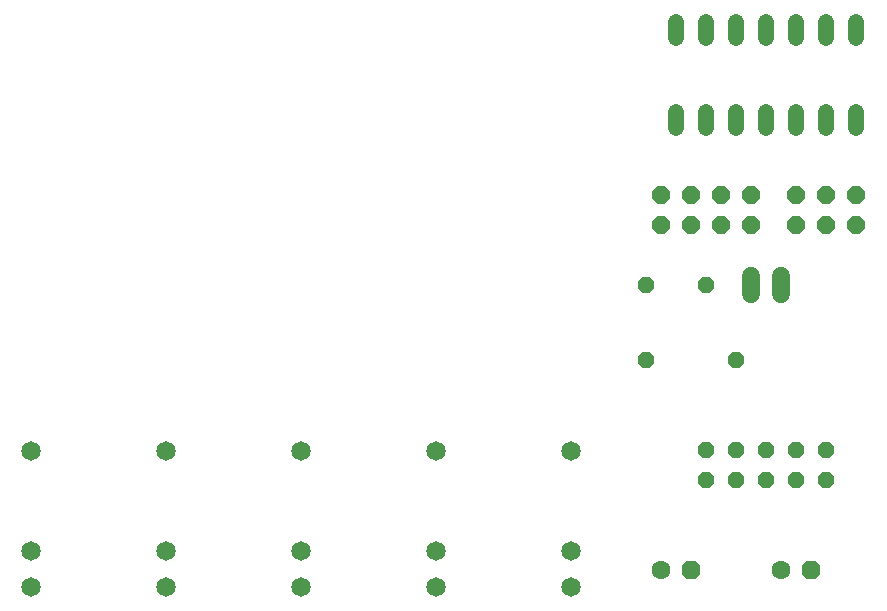
<source format=gtl>
G04 EAGLE Gerber RS-274X export*
G75*
%MOMM*%
%FSLAX34Y34*%
%LPD*%
%INTop Copper*%
%IPPOS*%
%AMOC8*
5,1,8,0,0,1.08239X$1,22.5*%
G01*
%ADD10C,1.320800*%
%ADD11P,1.429621X8X22.500000*%
%ADD12P,1.649562X8X22.500000*%
%ADD13C,1.524000*%
%ADD14P,1.539592X8X22.500000*%
%ADD15P,1.732040X8X22.500000*%
%ADD16C,1.600200*%
%ADD17C,1.650000*%


D10*
X38100Y-108204D02*
X38100Y-94996D01*
X63500Y-94996D02*
X63500Y-108204D01*
X190500Y-108204D02*
X190500Y-94996D01*
X190500Y-32004D02*
X190500Y-18796D01*
X88900Y-94996D02*
X88900Y-108204D01*
X114300Y-108204D02*
X114300Y-94996D01*
X165100Y-94996D02*
X165100Y-108204D01*
X139700Y-108204D02*
X139700Y-94996D01*
X165100Y-32004D02*
X165100Y-18796D01*
X139700Y-18796D02*
X139700Y-32004D01*
X114300Y-32004D02*
X114300Y-18796D01*
X88900Y-18796D02*
X88900Y-32004D01*
X63500Y-32004D02*
X63500Y-18796D01*
X38100Y-18796D02*
X38100Y-32004D01*
D11*
X12700Y-241300D03*
X63500Y-241300D03*
D12*
X139700Y-190500D03*
X139700Y-165100D03*
X165100Y-190500D03*
X165100Y-165100D03*
X190500Y-190500D03*
X190500Y-165100D03*
D11*
X12700Y-304800D03*
X88900Y-304800D03*
D12*
X25400Y-190500D03*
X25400Y-165100D03*
X50800Y-190500D03*
X50800Y-165100D03*
X76200Y-190500D03*
X76200Y-165100D03*
X101600Y-190500D03*
X101600Y-165100D03*
D13*
X101600Y-233680D02*
X101600Y-248920D01*
X127000Y-248920D02*
X127000Y-233680D01*
D14*
X63500Y-406400D03*
X63500Y-381000D03*
X88900Y-406400D03*
X88900Y-381000D03*
X114300Y-406400D03*
X114300Y-381000D03*
X139700Y-406400D03*
X139700Y-381000D03*
X165100Y-406400D03*
X165100Y-381000D03*
D15*
X50800Y-482600D03*
D16*
X25400Y-482600D03*
D15*
X152400Y-482600D03*
D16*
X127000Y-482600D03*
D17*
X-50800Y-381800D03*
X-50800Y-466800D03*
X-50800Y-496800D03*
X-165100Y-381800D03*
X-165100Y-466800D03*
X-165100Y-496800D03*
X-279400Y-381800D03*
X-279400Y-466800D03*
X-279400Y-496800D03*
X-393700Y-381800D03*
X-393700Y-466800D03*
X-393700Y-496800D03*
X-508000Y-381800D03*
X-508000Y-466800D03*
X-508000Y-496800D03*
M02*

</source>
